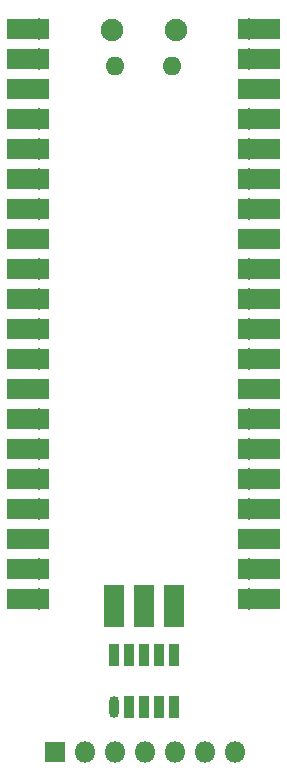
<source format=gts>
G04 #@! TF.GenerationSoftware,KiCad,Pcbnew,5.1.6+dfsg1-1*
G04 #@! TF.CreationDate,2021-10-17T21:52:56+02:00*
G04 #@! TF.ProjectId,picoprobe-pcb,7069636f-7072-46f6-9265-2d7063622e6b,rev?*
G04 #@! TF.SameCoordinates,Original*
G04 #@! TF.FileFunction,Soldermask,Top*
G04 #@! TF.FilePolarity,Negative*
%FSLAX46Y46*%
G04 Gerber Fmt 4.6, Leading zero omitted, Abs format (unit mm)*
G04 Created by KiCad (PCBNEW 5.1.6+dfsg1-1) date 2021-10-17 21:52:56*
%MOMM*%
%LPD*%
G01*
G04 APERTURE LIST*
%ADD10O,1.800000X1.800000*%
%ADD11R,1.800000X1.800000*%
%ADD12R,0.860000X1.850000*%
%ADD13O,0.860000X1.850000*%
%ADD14R,1.800000X3.600000*%
%ADD15O,1.600000X1.600000*%
%ADD16O,1.900000X1.900000*%
%ADD17R,3.600000X1.800000*%
G04 APERTURE END LIST*
D10*
X145240000Y-103000000D03*
X142700000Y-103000000D03*
X140160000Y-103000000D03*
X137620000Y-103000000D03*
X135080000Y-103000000D03*
X132540000Y-103000000D03*
D11*
X130000000Y-103000000D03*
D12*
X140080000Y-94825000D03*
X140080000Y-99175000D03*
X138810000Y-94825000D03*
X138810000Y-99175000D03*
X137540000Y-94825000D03*
X137540000Y-99175000D03*
X136270000Y-94825000D03*
X136270000Y-99175000D03*
X135000000Y-94825000D03*
D13*
X135000000Y-99175000D03*
D10*
X140070000Y-89800000D03*
D14*
X140070000Y-90700000D03*
D11*
X137530000Y-89800000D03*
D14*
X137530000Y-90700000D03*
D10*
X134990000Y-89800000D03*
D14*
X134990000Y-90700000D03*
D15*
X139955000Y-44930000D03*
X135105000Y-44930000D03*
D16*
X140255000Y-41900000D03*
X134805000Y-41900000D03*
D17*
X147320000Y-90030000D03*
X147320000Y-87490000D03*
X147320000Y-84950000D03*
X147320000Y-82410000D03*
X147320000Y-79870000D03*
X147320000Y-77330000D03*
X147320000Y-74790000D03*
X147320000Y-72250000D03*
X147320000Y-69710000D03*
X147320000Y-67170000D03*
X147320000Y-64630000D03*
X147320000Y-62090000D03*
X147320000Y-59550000D03*
X147320000Y-57010000D03*
X147320000Y-54470000D03*
X147320000Y-51930000D03*
X147320000Y-49390000D03*
X147320000Y-46850000D03*
X147320000Y-44310000D03*
X147320000Y-41770000D03*
X127740000Y-90030000D03*
X127740000Y-87490000D03*
X127740000Y-84950000D03*
X127740000Y-82410000D03*
X127740000Y-79870000D03*
X127740000Y-77330000D03*
X127740000Y-74790000D03*
X127740000Y-72250000D03*
X127740000Y-69710000D03*
X127740000Y-67170000D03*
X127740000Y-64630000D03*
X127740000Y-62090000D03*
X127740000Y-59550000D03*
X127740000Y-57010000D03*
X127740000Y-54470000D03*
X127740000Y-51930000D03*
X127740000Y-49390000D03*
X127740000Y-46850000D03*
X127740000Y-44310000D03*
X127740000Y-41770000D03*
D10*
X146420000Y-41770000D03*
X146420000Y-44310000D03*
D11*
X146420000Y-46850000D03*
D10*
X146420000Y-49390000D03*
X146420000Y-51930000D03*
X146420000Y-54470000D03*
X146420000Y-57010000D03*
D11*
X146420000Y-59550000D03*
D10*
X146420000Y-62090000D03*
X146420000Y-64630000D03*
X146420000Y-67170000D03*
X146420000Y-69710000D03*
D11*
X146420000Y-72250000D03*
D10*
X146420000Y-74790000D03*
X146420000Y-77330000D03*
X146420000Y-79870000D03*
X146420000Y-82410000D03*
D11*
X146420000Y-84950000D03*
D10*
X146420000Y-87490000D03*
X146420000Y-90030000D03*
X128640000Y-90030000D03*
X128640000Y-87490000D03*
D11*
X128640000Y-84950000D03*
D10*
X128640000Y-82410000D03*
X128640000Y-79870000D03*
X128640000Y-77330000D03*
X128640000Y-74790000D03*
D11*
X128640000Y-72250000D03*
D10*
X128640000Y-69710000D03*
X128640000Y-67170000D03*
X128640000Y-64630000D03*
X128640000Y-62090000D03*
D11*
X128640000Y-59550000D03*
D10*
X128640000Y-57010000D03*
X128640000Y-54470000D03*
X128640000Y-51930000D03*
X128640000Y-49390000D03*
D11*
X128640000Y-46850000D03*
D10*
X128640000Y-44310000D03*
X128640000Y-41770000D03*
M02*

</source>
